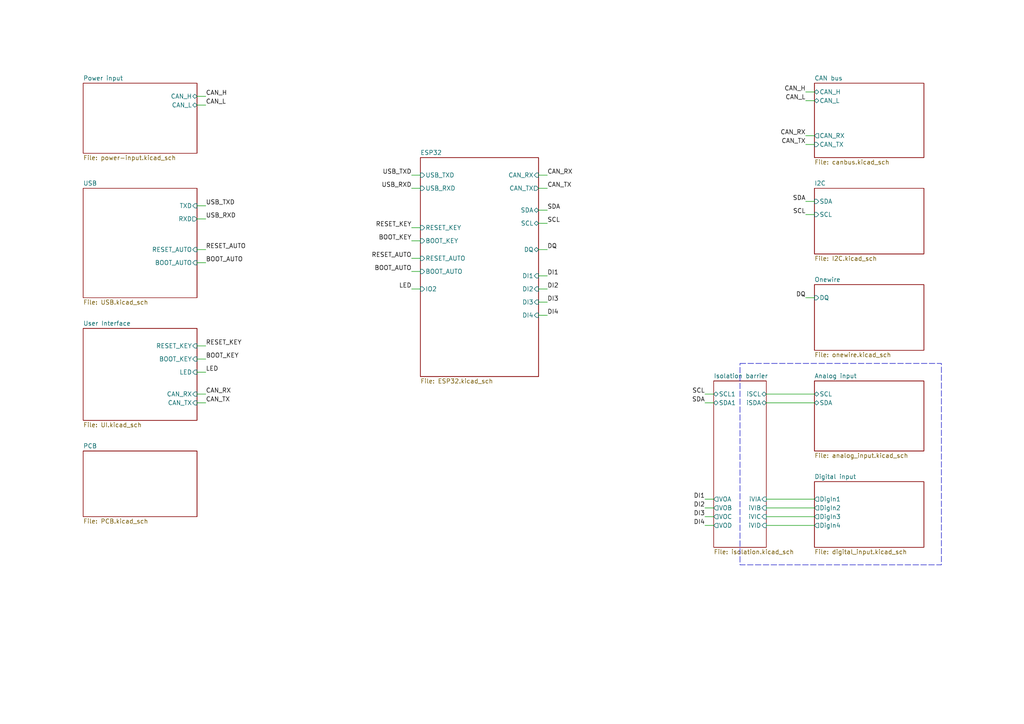
<source format=kicad_sch>
(kicad_sch (version 20230121) (generator eeschema)
  (paper "A4")
  (title_block (title "Hat Labs Marine Engine & Tank interface (HALMET)") (date "2023-11-27") (rev "1.0.0") (company "Hat Labs Ltd") (comment 1 "https://creativecommons.org/licenses/by-sa/4.0") (comment 2 "To view a copy of this license, visit ") (comment 3 "HALMET is licensed under CC BY-SA 4.0."))
  (lib_symbols)
  (wire (pts (xy 207.01 147.32) (xy 204.47 147.32)))
  (wire (pts (xy 59.69 107.95) (xy 57.15 107.95)))
  (wire (pts (xy 59.69 116.84) (xy 57.15 116.84)))
  (wire (pts (xy 119.38 69.85) (xy 121.92 69.85)))
  (wire (pts (xy 236.22 86.36) (xy 233.68 86.36)))
  (wire (pts (xy 222.25 152.4) (xy 236.22 152.4)))
  (wire (pts (xy 156.21 60.96) (xy 158.75 60.96)))
  (wire (pts (xy 59.69 100.33) (xy 57.15 100.33)))
  (wire (pts (xy 222.25 116.84) (xy 236.22 116.84)))
  (wire (pts (xy 233.68 29.21) (xy 236.22 29.21)))
  (wire (pts (xy 121.92 54.61) (xy 119.38 54.61)))
  (wire (pts (xy 233.68 26.67) (xy 236.22 26.67)))
  (wire (pts (xy 222.25 114.3) (xy 236.22 114.3)))
  (wire (pts (xy 236.22 58.42) (xy 233.68 58.42)))
  (wire (pts (xy 222.25 147.32) (xy 236.22 147.32)))
  (wire (pts (xy 59.69 27.94) (xy 57.15 27.94)))
  (wire (pts (xy 119.38 78.74) (xy 121.92 78.74)))
  (wire (pts (xy 59.69 59.69) (xy 57.15 59.69)))
  (wire (pts (xy 119.38 83.82) (xy 121.92 83.82)))
  (wire (pts (xy 119.38 50.8) (xy 121.92 50.8)))
  (wire (pts (xy 156.21 64.77) (xy 158.75 64.77)))
  (wire (pts (xy 207.01 144.78) (xy 204.47 144.78)))
  (wire (pts (xy 59.69 72.39) (xy 57.15 72.39)))
  (wire (pts (xy 236.22 62.23) (xy 233.68 62.23)))
  (wire (pts (xy 59.69 114.3) (xy 57.15 114.3)))
  (wire (pts (xy 233.68 41.91) (xy 236.22 41.91)))
  (wire (pts (xy 156.21 50.8) (xy 158.75 50.8)))
  (wire (pts (xy 59.69 104.14) (xy 57.15 104.14)))
  (wire (pts (xy 57.15 63.5) (xy 59.69 63.5)))
  (wire (pts (xy 119.38 74.93) (xy 121.92 74.93)))
  (wire (pts (xy 156.21 91.44) (xy 158.75 91.44)))
  (wire (pts (xy 233.68 39.37) (xy 236.22 39.37)))
  (wire (pts (xy 156.21 87.63) (xy 158.75 87.63)))
  (wire (pts (xy 156.21 80.01) (xy 158.75 80.01)))
  (wire (pts (xy 222.25 144.78) (xy 236.22 144.78)))
  (wire (pts (xy 207.01 152.4) (xy 204.47 152.4)))
  (wire (pts (xy 59.69 76.2) (xy 57.15 76.2)))
  (wire (pts (xy 207.01 116.84) (xy 204.47 116.84)))
  (wire (pts (xy 222.25 149.86) (xy 236.22 149.86)))
  (wire (pts (xy 156.21 54.61) (xy 158.75 54.61)))
  (wire (pts (xy 59.69 30.48) (xy 57.15 30.48)))
  (wire (pts (xy 119.38 66.04) (xy 121.92 66.04)))
  (wire (pts (xy 207.01 114.3) (xy 204.47 114.3)))
  (wire (pts (xy 156.21 83.82) (xy 158.75 83.82)))
  (wire (pts (xy 207.01 149.86) (xy 204.47 149.86)))
  (wire (pts (xy 156.21 72.39) (xy 158.75 72.39)))
  (rectangle (start 214.63 105.41) (end 273.05 163.83) (stroke (width 0) (type dash)))
  (label "CAN_RX" (at 233.68 39.37 180))
  (label "RESET_KEY" (at 59.69 100.33 0))
  (label "USB_RXD" (at 119.38 54.61 180))
  (label "RESET_AUTO" (at 59.69 72.39 0))
  (label "RESET_AUTO" (at 119.38 74.93 180))
  (label "SCL" (at 233.68 62.23 180))
  (label "CAN_H" (at 59.69 27.94 0))
  (label "LED" (at 59.69 107.95 0))
  (label "DI4" (at 204.47 152.4 180))
  (label "SCL" (at 204.47 114.3 180))
  (label "DI1" (at 204.47 144.78 180))
  (label "CAN_TX" (at 158.75 54.61 0))
  (label "BOOT_KEY" (at 59.69 104.14 0))
  (label "CAN_TX" (at 59.69 116.84 0))
  (label "SCL" (at 158.75 64.77 0))
  (label "CAN_RX" (at 59.69 114.3 0))
  (label "RESET_KEY" (at 119.38 66.04 180))
  (label "CAN_RX" (at 158.75 50.8 0))
  (label "CAN_L" (at 233.68 29.21 180))
  (label "SDA" (at 233.68 58.42 180))
  (label "BOOT_KEY" (at 119.38 69.85 180))
  (label "DQ" (at 233.68 86.36 180))
  (label "DQ" (at 158.75 72.39 0))
  (label "CAN_TX" (at 233.68 41.91 180))
  (label "DI1" (at 158.75 80.01 0))
  (label "SDA" (at 158.75 60.96 0))
  (label "USB_TXD" (at 119.38 50.8 180))
  (label "SDA" (at 204.47 116.84 180))
  (label "DI2" (at 204.47 147.32 180))
  (label "DI3" (at 158.75 87.63 0))
  (label "CAN_H" (at 233.68 26.67 180))
  (label "USB_RXD" (at 59.69 63.5 0))
  (label "BOOT_AUTO" (at 59.69 76.2 0))
  (label "DI4" (at 158.75 91.44 0))
  (label "LED" (at 119.38 83.82 180))
  (label "BOOT_AUTO" (at 119.38 78.74 180))
  (label "DI3" (at 204.47 149.86 180))
  (label "USB_TXD" (at 59.69 59.69 0))
  (label "CAN_L" (at 59.69 30.48 0))
  (label "DI2" (at 158.75 83.82 0))
  (sheet (at 24.13 24.13) (size 33.02 20.32)
    (property "Sheetname" "Power input" (at 24.13 23.4184 0) (effects (justify left bottom)))
    (property "Sheetfile" "power-input.kicad_sch" (at 24.13 45.0346 0) (effects (justify left top)))
    (pin "CAN_H" bidirectional (at 57.15 27.94 0))
    (pin "CAN_L" bidirectional (at 57.15 30.48 0))
  )
  (sheet (at 236.22 24.13) (size 31.75 21.59)
    (property "Sheetname" "CAN bus" (at 236.22 23.4184 0) (effects (justify left bottom)))
    (property "Sheetfile" "canbus.kicad_sch" (at 236.22 46.3046 0) (effects (justify left top)))
    (pin "CAN_RX" output (at 236.22 39.37 180))
    (pin "CAN_TX" input (at 236.22 41.91 180))
    (pin "CAN_H" bidirectional (at 236.22 26.67 180))
    (pin "CAN_L" bidirectional (at 236.22 29.21 180))
  )
  (sheet (at 24.13 54.61) (size 33.02 31.75)
    (property "Sheetname" "USB" (at 24.13 53.8984 0) (effects (justify left bottom)))
    (property "Sheetfile" "USB.kicad_sch" (at 24.13 86.9446 0) (effects (justify left top)))
    (pin "TXD" input (at 57.15 59.69 0))
    (pin "RXD" output (at 57.15 63.5 0))
    (pin "BOOT_AUTO" input (at 57.15 76.2 0))
    (pin "RESET_AUTO" input (at 57.15 72.39 0))
  )
  (sheet (at 236.22 54.61) (size 31.75 19.05)
    (property "Sheetname" "I2C" (at 236.22 53.8984 0) (effects (justify left bottom)))
    (property "Sheetfile" "I2C.kicad_sch" (at 236.22 74.2446 0) (effects (justify left top)))
    (pin "SDA" input (at 236.22 58.42 180))
    (pin "SCL" input (at 236.22 62.23 180))
  )
  (sheet (at 236.22 82.55) (size 31.75 19.05)
    (property "Sheetname" "Onewire" (at 236.22 81.8384 0) (effects (justify left bottom)))
    (property "Sheetfile" "onewire.kicad_sch" (at 236.22 102.1846 0) (effects (justify left top)))
    (pin "DQ" input (at 236.22 86.36 180))
  )
  (sheet (at 24.13 130.81) (size 33.02 19.05)
    (property "Sheetname" "PCB" (at 24.13 130.0984 0) (effects (justify left bottom)))
    (property "Sheetfile" "PCB.kicad_sch" (at 24.13 150.4446 0) (effects (justify left top)))
  )
  (sheet (at 121.92 45.72) (size 34.29 63.5)
    (property "Sheetname" "ESP32" (at 121.92 45.0084 0) (effects (justify left bottom)))
    (property "Sheetfile" "ESP32.kicad_sch" (at 121.92 109.8046 0) (effects (justify left top)))
    (pin "USB_TXD" input (at 121.92 50.8 180))
    (pin "USB_RXD" input (at 121.92 54.61 180))
    (pin "CAN_RX" input (at 156.21 50.8 0))
    (pin "CAN_TX" output (at 156.21 54.61 0))
    (pin "SDA" bidirectional (at 156.21 60.96 0))
    (pin "SCL" bidirectional (at 156.21 64.77 0))
    (pin "DQ" bidirectional (at 156.21 72.39 0))
    (pin "IO2" input (at 121.92 83.82 180))
    (pin "RESET_KEY" input (at 121.92 66.04 180))
    (pin "BOOT_KEY" input (at 121.92 69.85 180))
    (pin "RESET_AUTO" input (at 121.92 74.93 180))
    (pin "BOOT_AUTO" input (at 121.92 78.74 180))
    (pin "DI1" input (at 156.21 80.01 0))
    (pin "DI2" input (at 156.21 83.82 0))
    (pin "DI4" input (at 156.21 91.44 0))
    (pin "DI3" input (at 156.21 87.63 0))
  )
  (sheet (at 24.13 95.25) (size 33.02 26.67)
    (property "Sheetname" "User Interface" (at 24.13 94.5384 0) (effects (justify left bottom)))
    (property "Sheetfile" "UI.kicad_sch" (at 24.13 122.5046 0) (effects (justify left top)))
    (pin "RESET_KEY" input (at 57.15 100.33 0))
    (pin "BOOT_KEY" input (at 57.15 104.14 0))
    (pin "LED" input (at 57.15 107.95 0))
    (pin "CAN_RX" input (at 57.15 114.3 0))
    (pin "CAN_TX" input (at 57.15 116.84 0))
  )
  (sheet (at 207.01 110.49) (size 15.24 48.26) (stroke (width 0.1524))
    (property "Sheetname" "Isolation barrier" (at 207.01 109.7784 0) (effects (justify left bottom)))
    (property "Sheetfile" "isolation.kicad_sch" (at 207.01 159.3346 0) (effects (justify left top)))
    (pin "iSDA" bidirectional (at 222.25 116.84 0))
    (pin "iSCL" bidirectional (at 222.25 114.3 0))
    (pin "SDA1" bidirectional (at 207.01 116.84 180))
    (pin "SCL1" bidirectional (at 207.01 114.3 180))
    (pin "iVIB" input (at 222.25 147.32 0))
    (pin "iVIC" input (at 222.25 149.86 0))
    (pin "iVIA" input (at 222.25 144.78 0))
    (pin "iVID" input (at 222.25 152.4 0))
    (pin "VOA" output (at 207.01 144.78 180))
    (pin "VOB" output (at 207.01 147.32 180))
    (pin "VOC" output (at 207.01 149.86 180))
    (pin "VOD" output (at 207.01 152.4 180))
  )
  (sheet (at 236.22 110.49) (size 31.75 20.32)
    (property "Sheetname" "Analog input" (at 236.22 109.7784 0) (effects (justify left bottom)))
    (property "Sheetfile" "analog_input.kicad_sch" (at 236.22 131.3946 0) (effects (justify left top)))
    (pin "SCL" bidirectional (at 236.22 114.3 180))
    (pin "SDA" bidirectional (at 236.22 116.84 180))
  )
  (sheet (at 236.22 139.7) (size 31.75 19.05)
    (property "Sheetname" "Digital input" (at 236.22 138.9884 0) (effects (justify left bottom)))
    (property "Sheetfile" "digital_input.kicad_sch" (at 236.22 159.3346 0) (effects (justify left top)))
    (pin "DigIn1" output (at 236.22 144.78 180))
    (pin "DigIn2" output (at 236.22 147.32 180))
    (pin "DigIn3" output (at 236.22 149.86 180))
    (pin "DigIn4" output (at 236.22 152.4 180))
  )
)
</source>
